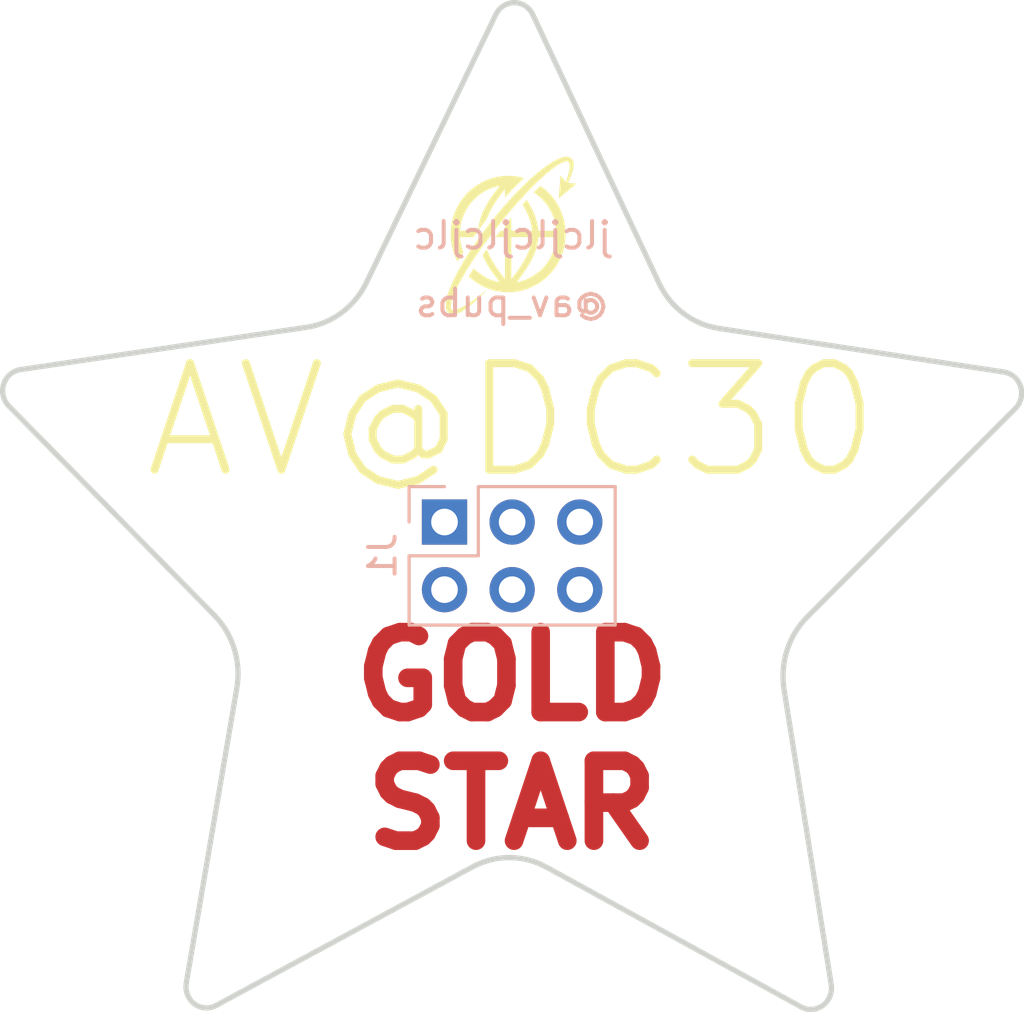
<source format=kicad_pcb>
(kicad_pcb (version 20211014) (generator pcbnew)
  (layers (0 "F.Cu" signal) (31 "B.Cu" signal) (34 "B.Paste" user) (35 "F.Paste" user) (36 "B.SilkS" user "B.Silkscreen") (37 "F.SilkS" user "F.Silkscreen") (38 "B.Mask" user) (39 "F.Mask" user) (44 "Edge.Cuts" user))
  (net 0 "")
  (footprint "LOGO" (layer "F.Cu") (at 127 66.04)
    (fp_text reference "G***" hide)
    (fp_text value "LOGO" hide)
    (fp_poly (pts (xy 2.502378 -0.545345) (xy 2.503618 -0.533057) (xy 2.502378 -0.531539) (xy 2.496223 -0.532961) (xy 2.495475 -0.538442) (xy 2.499264 -0.546965)) (layer "F.SilkS") (width 0) (fill solid))
    (fp_poly (pts (xy -1.791357 0.71965) (xy -1.796534 0.724827) (xy -1.801712 0.71965) (xy -1.796534 0.714473)) (layer "F.SilkS") (width 0) (fill solid))
    (fp_poly (pts (xy 0.035741 -2.235048) (xy 0.158309 -2.220683) (xy 0.205883 -2.213068) (xy 0.257795 -2.2036) (xy 0.310104 -2.193145) (xy 0.358868 -2.182567) (xy 0.400148 -2.172732) (xy 0.430001 -2.164503) (xy 0.444486 -2.158747) (xy 0.445251 -2.157708) (xy 0.438162 -2.149546) (xy 0.418088 -2.128682) (xy 0.386825 -2.096922) (xy 0.346165 -2.056073) (xy 0.297902 -2.007942) (xy 0.243829 -1.954334) (xy 0.220484 -1.931278) (xy 0.153375 -1.865445) (xy 0.099394 -1.813391) (xy 0.057278 -1.773999) (xy 0.025764 -1.746154) (xy 0.003593 -1.72874) (xy -0.010499 -1.72064) (xy -0.017674 -1.720652) (xy -0.027388 -1.724386) (xy -0.030898 -1.711282) (xy -0.031064 -1.703563) (xy -0.03458 -1.688576) (xy -0.046253 -1.668072) (xy -0.067768 -1.639843) (xy -0.100808 -1.601681) (xy -0.147059 -1.551377) (xy -0.147554 -1.550848) (xy -0.264044 -1.426335) (xy -0.269221 -1.580371) (xy -0.274398 -1.734406) (xy -0.375526 -1.603075) (xy -0.519717 -1.408457) (xy -0.645435 -1.223096) (xy -0.75271 -1.046944) (xy -0.841569 -0.879954) (xy -0.912042 -0.722077) (xy -0.927023 -0.683408) (xy -0.964419 -0.605659) (xy -1.020915 -0.520815) (xy -1.027149 -0.512556) (xy -1.052507 -0.478965) (xy -1.087643 -0.431972) (xy -1.130103 -0.374886) (xy -1.177431 -0.311014) (xy -1.227171 -0.243664) (xy -1.27505 -0.178618) (xy -1.45194 0.062128) (xy -1.704486 0.062128) (xy -1.783389 0.062222) (xy -1.843975 0.062618) (xy -1.888637 0.063488) (xy -1.919768 0.065004) (xy -1.939759 0.067338) (xy -1.951004 0.070661) (xy -1.955895 0.075144) (xy -1.956842 0.080249) (xy -1.953119 0.133414) (xy -1.943564 0.201268) (xy -1.929211 0.278958) (xy -1.911094 0.361636) (xy -1.890245 0.44445) (xy -1.867699 0.52255) (xy -1.85309 0.567148) (xy -1.840772 0.604575) (xy -1.832816 0.632567) (xy -1.830311 0.647064) (xy -1.831337 0.648056) (xy -1.838866 0.654952) (xy -1.855097 0.677088) (xy -1.878277 0.711826) (xy -1.90665 0.75653) (xy -1.938464 0.808565) (xy -1.941368 0.813405) (xy -1.973433 0.866312) (xy -2.00213 0.912522) (xy -2.025706 0.949303) (xy -2.042406 0.97392) (xy -2.050477 0.983641) (xy -2.05069 0.983694) (xy -2.057429 0.974791) (xy -2.070542 0.950494) (xy -2.088191 0.914423) (xy -2.10854 0.870197) (xy -2.110355 0.866133) (xy -2.190569 0.661889) (xy -2.25023 0.45527) (xy -2.289352 0.246139) (xy -2.30795 0.034361) (xy -2.306039 -0.1802) (xy -2.304739 -0.192821) (xy -1.957032 -0.192821) (xy -1.955422 -0.188184) (xy -1.949222 -0.18448) (xy -1.936377 -0.181606) (xy -1.914831 -0.179458) (xy -1.882529 -0.177935) (xy -1.837415 -0.176934) (xy -1.777434 -0.176351) (xy -1.70053 -0.176084) (xy -1.62114 -0.176029) (xy -1.285247 -0.176029) (xy -1.2789 -0.225214) (xy -1.25356 -0.387357) (xy -1.219959 -0.540661) (xy -1.176815 -0.688401) (xy -1.12285 -0.833855) (xy -1.056783 -0.980299) (xy -0.977332 -1.131011) (xy -0.883219 -1.289268) (xy -0.831492 -1.370362) (xy -0.804047 -1.411421) (xy -0.769976 -1.460647) (xy -0.731215 -1.515417) (xy -0.689702 -1.573106) (xy -0.647372 -1.63109) (xy -0.606163 -1.686746) (xy -0.568013 -1.737448) (xy -0.534856 -1.780574) (xy -0.508632 -1.813498) (xy -0.491276 -1.833597) (xy -0.486098 -1.838306) (xy -0.474602 -1.848817) (xy -0.481187 -1.853976) (xy -0.503862 -1.853528) (xy -0.540635 -1.847219) (xy -0.546208 -1.845986) (xy -0.727186 -1.79465) (xy -0.900399 -1.724831) (xy -1.064682 -1.637675) (xy -1.218869 -1.534329) (xy -1.361797 -1.415938) (xy -1.492301 -1.283649) (xy -1.609216 -1.138607) (xy -1.711376 -0.98196) (xy -1.797618 -0.814853) (xy -1.866777 -0.638433) (xy -1.904594 -0.509242) (xy -1.913368 -0.470537) (xy -1.923149 -0.421008) (xy -1.933075 -0.365847) (xy -1.942286 -0.310246) (xy -1.949923 -0.259395) (xy -1.955125 -0.218486) (xy -1.957032 -0.192821) (xy -2.304739 -0.192821) (xy -2.283634 -0.397682) (xy -2.261772 -0.52264) (xy -2.231904 -0.64338) (xy -2.189726 -0.773268) (xy -2.137565 -0.9068) (xy -2.077747 -1.038473) (xy -2.0126 -1.162785) (xy -1.944451 -1.274233) (xy -1.943002 -1.276399) (xy -1.817005 -1.446496) (xy -1.67698 -1.602332) (xy -1.524097 -1.743116) (xy -1.359527 -1.868054) (xy -1.18444 -1.976357) (xy -1.000008 -2.06723) (xy -0.807401 -2.139884) (xy -0.60779 -2.193524) (xy -0.578177 -2.199708) (xy -0.372089 -2.231533) (xy -0.168292 -2.243289)) (layer "F.SilkS") (width 0) (fill solid))
    (fp_poly (pts (xy -1.801712 0.698941) (xy -1.806889 0.704118) (xy -1.812066 0.698941) (xy -1.806889 0.693763)) (layer "F.SilkS") (width 0) (fill solid))
    (fp_poly (pts (xy 2.130089 -2.950518) (xy 2.177118 -2.928838) (xy 2.223688 -2.892898) (xy 2.263966 -2.848438) (xy 2.292118 -2.801196) (xy 2.297925 -2.785405) (xy 2.308532 -2.728281) (xy 2.311321 -2.657686) (xy 2.306537 -2.579226) (xy 2.294426 -2.498505) (xy 2.283235 -2.449363) (xy 2.260991 -2.373537) (xy 2.231955 -2.28805) (xy 2.198959 -2.200436) (xy 2.164836 -2.118226) (xy 2.133402 -2.050898) (xy 2.118082 -2.017939) (xy 2.108662 -1.992417) (xy 2.10705 -1.979555) (xy 2.107261 -1.979282) (xy 2.119454 -1.97618) (xy 2.148422 -1.97225) (xy 2.19027 -1.967927) (xy 2.241102 -1.963645) (xy 2.26067 -1.962209) (xy 2.313075 -1.958109) (xy 2.357214 -1.953885) (xy 2.389416 -1.949951) (xy 2.406011 -1.946716) (xy 2.407461 -1.945759) (xy 2.399883 -1.938054) (xy 2.378487 -1.918847) (xy 2.345282 -1.889835) (xy 2.302277 -1.852716) (xy 2.251479 -1.809188) (xy 2.194898 -1.760947) (xy 2.13454 -1.709693) (xy 2.072416 -1.657121) (xy 2.010533 -1.60493) (xy 1.950899 -1.554816) (xy 1.895524 -1.508479) (xy 1.846414 -1.467614) (xy 1.80558 -1.43392) (xy 1.775028 -1.409095) (xy 1.756768 -1.394835) (xy 1.752365 -1.392056) (xy 1.752506 -1.402548) (xy 1.754036 -1.431063) (xy 1.756765 -1.474977) (xy 1.760503 -1.531663) (xy 1.76506 -1.598496) (xy 1.770245 -1.67285) (xy 1.775869 -1.7521) (xy 1.781742 -1.833621) (xy 1.787673 -1.914786) (xy 1.793472 -1.992971) (xy 1.798949 -2.065549) (xy 1.803914 -2.129896) (xy 1.808177 -2.183386) (xy 1.811548 -2.223393) (xy 1.813836 -2.247292) (xy 1.81471 -2.253054) (xy 1.821844 -2.246455) (xy 1.839796 -2.226593) (xy 1.8662 -2.196174) (xy 1.898688 -2.157903) (xy 1.915379 -2.137981) (xy 1.958669 -2.087532) (xy 1.991042 -2.052976) (xy 2.012151 -2.034658) (xy 2.021523 -2.032712) (xy 2.033929 -2.058359) (xy 2.049453 -2.100399) (xy 2.067029 -2.154945) (xy 2.08559 -2.218106) (xy 2.104067 -2.285996) (xy 2.121394 -2.354725) (xy 2.136503 -2.420405) (xy 2.148327 -2.479147) (xy 2.154543 -2.517353) (xy 2.162149 -2.601865) (xy 2.159101 -2.669516) (xy 2.145261 -2.721282) (xy 2.121151 -2.75749) (xy 2.101265 -2.775332) (xy 2.082979 -2.78351) (xy 2.057896 -2.784457) (xy 2.035015 -2.782458) (xy 1.965368 -2.767545) (xy 1.884307 -2.736319) (xy 1.792461 -2.689312) (xy 1.690459 -2.627059) (xy 1.57893 -2.550092) (xy 1.458504 -2.458946) (xy 1.329808 -2.354154) (xy 1.193472 -2.236249) (xy 1.050126 -2.105766) (xy 0.900398 -1.963238) (xy 0.744917 -1.809198) (xy 0.584312 -1.644181) (xy 0.419213 -1.468719) (xy 0.250247 -1.283347) (xy 0.195155 -1.221673) (xy -0.005301 -0.992084) (xy -0.206529 -0.753668) (xy -0.406831 -0.50869) (xy -0.604515 -0.259414) (xy -0.797882 -0.008105) (xy -0.98524 0.242971) (xy -1.164892 0.491552) (xy -1.335142 0.735372) (xy -1.494297 0.972166) (xy -1.640659 1.199671) (xy -1.746518 1.371994) (xy -1.859935 1.565027) (xy -1.959738 1.743646) (xy -2.046317 1.908694) (xy -2.120061 2.061017) (xy -2.181359 2.201457) (xy -2.230601 2.330859) (xy -2.268175 2.450066) (xy -2.294472 2.559923) (xy -2.294618 2.560667) (xy -2.305491 2.639778) (xy -2.303755 2.702557) (xy -2.289357 2.749147) (xy -2.262239 2.779688) (xy -2.222344 2.794323) (xy -2.201372 2.795761) (xy -2.135483 2.788259) (xy -2.056333 2.766078) (xy -1.964762 2.729702) (xy -1.861612 2.679618) (xy -1.747723 2.616311) (xy -1.623937 2.540265) (xy -1.491095 2.451968) (xy -1.350039 2.351904) (xy -1.201609 2.24056) (xy -1.095119 2.157238) (xy -1.052151 2.123461) (xy -1.014793 2.09483) (xy -0.986064 2.073603) (xy -0.968985 2.062037) (xy -0.965811 2.060579) (xy -0.970475 2.067542) (xy -0.98784 2.087043) (xy -1.01594 2.117) (xy -1.052809 2.155332) (xy -1.09648 2.199957) (xy -1.118429 2.222143) (xy -1.271871 2.372135) (xy -1.417872 2.505522) (xy -1.556164 2.622144) (xy -1.68648 2.72184) (xy -1.808552 2.80445) (xy -1.922114 2.869814) (xy -2.026897 2.917772) (xy -2.122634 2.948163) (xy -2.209058 2.960827) (xy -2.285902 2.955605) (xy -2.324508 2.944859) (xy -2.372213 2.918431) (xy -2.417594 2.877293) (xy -2.454822 2.827146) (xy -2.465635 2.806878) (xy -2.479905 2.762913) (xy -2.48954 2.703872) (xy -2.494231 2.634931) (xy -2.493668 2.561269) (xy -2.487542 2.488061) (xy -2.485551 2.473442) (xy -2.461064 2.348408) (xy -2.422504 2.209832) (xy -2.370494 2.058759) (xy -2.305659 1.896237) (xy -2.228624 1.723311) (xy -2.140014 1.541028) (xy -2.040452 1.350433) (xy -1.930564 1.152574) (xy -1.810975 0.948496) (xy -1.682308 0.739247) (xy -1.545189 0.525871) (xy -1.400241 0.309415) (xy -1.248091 0.090926) (xy -1.089361 -0.12855) (xy -0.924678 -0.347968) (xy -0.754665 -0.56628) (xy -0.579947 -0.78244) (xy -0.446405 -0.942274) (xy -0.302233 -1.109317) (xy -0.152162 -1.277469) (xy 0.001661 -1.444544) (xy 0.157089 -1.608355) (xy 0.311973 -1.766716) (xy 0.464166 -1.917439) (xy 0.611521 -2.058339) (xy 0.751888 -2.187227) (xy 0.883122 -2.301918) (xy 0.91674 -2.330192) (xy 1.085356 -2.466552) (xy 1.244298 -2.586583) (xy 1.393364 -2.690181) (xy 1.532351 -2.777242) (xy 1.661055 -2.847661) (xy 1.779272 -2.901335) (xy 1.886799 -2.93816) (xy 1.983432 -2.958031) (xy 2.068969 -2.960845)) (layer "F.SilkS") (width 0) (fill solid))
    (fp_poly (pts (xy -1.812066 0.678231) (xy -1.817244 0.683409) (xy -1.822421 0.678231) (xy -1.817244 0.673054)) (layer "F.SilkS") (width 0) (fill solid))
    (fp_poly (pts (xy -1.501426 1.164901) (xy -1.506604 1.170078) (xy -1.511781 1.164901) (xy -1.506604 1.159723)) (layer "F.SilkS") (width 0) (fill solid))
    (fp_poly (pts (xy 1.082118 -1.851737) (xy 1.106655 -1.838306) (xy 1.137933 -1.814447) (xy 1.179663 -1.780706) (xy 1.180433 -1.780092) (xy 1.340736 -1.639167) (xy 1.485193 -1.485419) (xy 1.613262 -1.319976) (xy 1.724399 -1.143969) (xy 1.818061 -0.958527) (xy 1.893704 -0.76478) (xy 1.950787 -0.563857) (xy 1.988765 -0.356889) (xy 2.007096 -0.145005) (xy 2.008806 -0.05695) (xy 1.999459 0.156643) (xy 1.971175 0.362676) (xy 1.923586 0.562751) (xy 1.856328 0.758471) (xy 1.786459 0.916389) (xy 1.685117 1.101329) (xy 1.567922 1.273672) (xy 1.435977 1.432641) (xy 1.290386 1.577463) (xy 1.132249 1.707361) (xy 0.962672 1.821561) (xy 0.782755 1.919289) (xy 0.593602 1.999769) (xy 0.396316 2.062227) (xy 0.191999 2.105887) (xy 0.070303 2.122335) (xy 0.024925 2.125957) (xy -0.032254 2.128724) (xy -0.096196 2.130584) (xy -0.161865 2.131484) (xy -0.224222 2.131372) (xy -0.27823 2.130195) (xy -0.318851 2.127902) (xy -0.331349 2.126502) (xy -0.353158 2.123553) (xy -0.389097 2.118896) (xy -0.432742 2.113361) (xy -0.450428 2.111148) (xy -0.632711 2.078561) (xy -0.815675 2.026754) (xy -0.996688 1.956947) (xy -1.173122 1.870362) (xy -1.342347 1.768222) (xy -1.36818 1.749344) (xy 0.184067 1.749344) (xy 0.184248 1.749867) (xy 0.197083 1.747558) (xy 0.224772 1.741484) (xy 0.262055 1.732811) (xy 0.274399 1.729859) (xy 0.450471 1.677022) (xy 0.621302 1.605142) (xy 0.784908 1.515625) (xy 0.939306 1.409879) (xy 1.082513 1.289311) (xy 1.212545 1.155329) (xy 1.32742 1.009341) (xy 1.362291 0.957807) (xy 1.445205 0.815241) (xy 1.516964 0.661279) (xy 1.575852 0.500769) (xy 1.620153 0.338561) (xy 1.648153 0.179502) (xy 1.65276 0.137032) (xy 1.659721 0.062128) (xy 1.324296 0.062134) (xy 0.988871 0.062139) (xy 0.971129 0.188979) (xy 0.942561 0.34745) (xy 0.900861 0.505984) (xy 0.845356 0.665988) (xy 0.775371 0.82887) (xy 0.690233 0.996036) (xy 0.589266 1.168894) (xy 0.471798 1.34885) (xy 0.337154 1.537313) (xy 0.303938 1.581676) (xy 0.266087 1.632271) (xy 0.233442 1.67677) (xy 0.207735 1.712737) (xy 0.1907 1.73774) (xy 0.184067 1.749344) (xy -1.36818 1.749344) (xy -1.501731 1.651747) (xy -1.578593 1.587032) (xy -1.609492 1.55633) (xy -1.622981 1.533888) (xy -1.623289 1.524458) (xy -1.616306 1.50946) (xy -1.600292 1.480487) (xy -1.577284 1.441067) (xy -1.549321 1.394729) (xy -1.533348 1.368825) (xy -1.448308 1.231938) (xy -1.3532 1.315632) (xy -1.198771 1.438334) (xy -1.03415 1.543968) (xy -0.861262 1.631376) (xy -0.763475 1.671212) (xy -0.720652 1.686238) (xy -0.671963 1.701786) (xy -0.621476 1.716749) (xy -0.57326 1.73002) (xy -0.531384 1.740492) (xy -0.499916 1.747058) (xy -0.482926 1.748611) (xy -0.481316 1.747996) (xy -0.486049 1.739075) (xy -0.501254 1.716921) (xy -0.524699 1.684657) (xy -0.554154 1.645407) (xy -0.561301 1.636038) (xy -0.649485 1.518372) (xy -0.733916 1.401078) (xy -0.811265 1.28889) (xy -0.878203 1.186542) (xy -0.88531 1.175255) (xy -0.914272 1.127329) (xy -0.945947 1.072019) (xy -0.97872 1.012473) (xy -1.010975 0.951835) (xy -1.041095 0.893251) (xy -1.067467 0.839866) (xy -1.088474 0.794825) (xy -1.102501 0.761275) (xy -1.107932 0.742361) (xy -1.107949 0.741779) (xy -1.102183 0.726368) (xy -1.086433 0.698151) (xy -1.063023 0.66098) (xy -1.034274 0.618706) (xy -1.030542 0.613426) (xy -0.998015 0.568403) (xy -0.97505 0.538869) (xy -0.959897 0.522967) (xy -0.950805 0.518837) (xy -0.946233 0.523994) (xy -0.892768 0.658612) (xy -0.824021 0.803007) (xy -0.741448 0.954763) (xy -0.646507 1.111464) (xy -0.540653 1.270695) (xy -0.425344 1.430038) (xy -0.3141 1.572271) (xy -0.269221 1.627582) (xy -0.269221 0.062618) (xy -0.299839 0.062128) (xy -0.031064 0.062128) (xy -0.030833 0.846495) (xy -0.030603 1.630861) (xy -0.009836 1.604974) (xy 0.002925 1.588578) (xy 0.025732 1.558789) (xy 0.056182 1.518763) (xy 0.091873 1.471659) (xy 0.128041 1.423767) (xy 0.264355 1.23536) (xy 0.382741 1.055268) (xy 0.483736 0.88243) (xy 0.567876 0.715783) (xy 0.635698 0.554267) (xy 0.687739 0.396819) (xy 0.724063 0.244831) (xy 0.732999 0.195267) (xy 0.740116 0.149593) (xy 0.744529 0.113858) (xy 0.745537 0.097844) (xy 0.745537 0.062128) (xy -0.031064 0.062128) (xy -0.299839 0.062128) (xy -0.446304 0.059784) (xy -0.623387 0.056951) (xy -0.442591 -0.176029) (xy -0.269221 -0.176029) (xy -0.269221 -0.395077) (xy -0.160185 -0.528469) (xy -0.123214 -0.573348) (xy -0.090374 -0.612555) (xy -0.064065 -0.643276) (xy -0.046688 -0.662695) (xy -0.041106 -0.668068) (xy -0.037721 -0.660167) (xy -0.034984 -0.63255) (xy -0.032937 -0.586203) (xy -0.031621 -0.522111) (xy -0.031077 -0.441259) (xy -0.031064 -0.425152) (xy -0.031064 -0.176029) (xy 0.745537 -0.176029) (xy 0.745537 -0.211126) (xy 0.742758 -0.248431) (xy 0.735089 -0.30041) (xy 0.723529 -0.361882) (xy 0.709078 -0.427667) (xy 0.692737 -0.492585) (xy 0.687681 -0.510882) (xy 0.653122 -0.61812) (xy 0.608191 -0.734566) (xy 0.555836 -0.853567) (xy 0.498999 -0.96847) (xy 0.440627 -1.072621) (xy 0.434747 -1.082307) (xy 0.414581 -1.115856) (xy 0.399096 -1.142753) (xy 0.391161 -1.157983) (xy 0.390756 -1.159101) (xy 0.396296 -1.169869) (xy 0.4128 -1.191622) (xy 0.436813 -1.220484) (xy 0.464879 -1.252576) (xy 0.49354 -1.284022) (xy 0.51934 -1.310944) (xy 0.538824 -1.329465) (xy 0.548225 -1.335752) (xy 0.55706 -1.327097) (xy 0.574007 -1.303003) (xy 0.597377 -1.26627) (xy 0.625481 -1.219703) (xy 0.656628 -1.166103) (xy 0.689131 -1.108273) (xy 0.721298 -1.049016) (xy 0.722997 -1.045821) (xy 0.787294 -0.913738) (xy 0.845227 -0.772826) (xy 0.895193 -0.628098) (xy 0.935587 -0.484568) (xy 0.964805 -0.347251) (xy 0.978985 -0.245923) (xy 0.986106 -0.176029) (xy 1.659423 -0.176029) (xy 1.652297 -0.2511) (xy 1.626251 -0.423289) (xy 1.581481 -0.596397) (xy 1.519476 -0.766829) (xy 1.441721 -0.93099) (xy 1.349706 -1.085286) (xy 1.252722 -1.216673) (xy 1.19704 -1.280108) (xy 1.130176 -1.349133) (xy 1.057578 -1.418597) (xy 0.98469 -1.483348) (xy 0.916959 -1.538236) (xy 0.897498 -1.552705) (xy 0.806126 -1.618861) (xy 0.930639 -1.743374) (xy 0.977146 -1.790267) (xy 1.011836 -1.824004) (xy 1.03842 -1.845131) (xy 1.060611 -1.854194)) (layer "F.SilkS") (width 0) (fill solid))
    (fp_poly (pts (xy 2.502378 0.976791) (xy 2.503618 0.989079) (xy 2.502378 0.990597) (xy 2.496223 0.989176) (xy 2.495475 0.983694) (xy 2.499264 0.975171)) (layer "F.SilkS") (width 0) (fill solid))
  )
  (footprint "Connector_PinHeader_2.54mm:PinHeader_2x03_P2.54mm_Vertical" (layer "B.Cu") (at 124.46 76.8 -90)
    (fp_text reference "J1" (at 1.27 2.33 90) (layer "B.SilkS") (effects (justify mirror)))
    (fp_text value "Conn_02x03_Counter_Clockwise")
    (fp_line (start -1.33 -1.27) (end -1.33 -6.41) (layer "B.SilkS") (width 0.12))
    (fp_line (start -1.33 -1.27) (end 1.27 -1.27) (layer "B.SilkS") (width 0.12))
    (fp_line (start 1.27 -1.27) (end 1.27 1.33) (layer "B.SilkS") (width 0.12))
    (fp_line (start -1.33 0) (end -1.33 1.33) (layer "B.SilkS") (width 0.12))
    (fp_line (start -1.33 1.33) (end 0 1.33) (layer "B.SilkS") (width 0.12))
    (fp_line (start 1.27 1.33) (end 3.87 1.33) (layer "B.SilkS") (width 0.12))
    (fp_line (start -1.33 -6.41) (end 3.87 -6.41) (layer "B.SilkS") (width 0.12))
    (fp_line (start 3.87 1.33) (end 3.87 -6.41) (layer "B.SilkS") (width 0.12))
    (pad "1" thru_hole rect (at 0 0 270) (size 1.7 1.7) (drill 1) (layers *.Cu *.Mask))
    (pad "2" thru_hole oval (at 2.54 0 270) (size 1.7 1.7) (drill 1) (layers *.Cu *.Mask))
    (pad "3" thru_hole oval (at 0 -2.54 270) (size 1.7 1.7) (drill 1) (layers *.Cu *.Mask))
    (pad "4" thru_hole oval (at 2.54 -2.54 270) (size 1.7 1.7) (drill 1) (layers *.Cu *.Mask))
    (pad "5" thru_hole oval (at 0 -5.08 270) (size 1.7 1.7) (drill 1) (layers *.Cu *.Mask))
    (pad "6" thru_hole oval (at 2.54 -5.08 270) (size 1.7 1.7) (drill 1) (layers *.Cu *.Mask))
  )
  (gr_poly (pts (xy 127.138543 57.297772) (xy 127.19262 57.30387) (xy 127.245746 57.31381) (xy 127.297756 57.327486) (xy 127.348484 57.344791) (xy 127.397765 57.365617) (xy 127.445435 57.389857) (xy 127.491329 57.417405) (xy 127.53528 57.448153) (xy 127.577126 57.481995) (xy 127.616699 57.518822) (xy 127.653836 57.558528) (xy 127.688372 57.601007) (xy 127.720141 57.64615) (xy 127.748978 57.693852) (xy 127.774719 57.744004) (xy 132.517064 67.831379) (xy 132.602203 67.999162) (xy 132.696475 68.160111) (xy 132.799482 68.313922) (xy 132.910825 68.460294) (xy 133.030105 68.598923) (xy 133.156923 68.729508) (xy 133.29088 68.851745) (xy 133.431578 68.965332) (xy 133.578616 69.069967) (xy 133.731597 69.165347) (xy 133.89012 69.251168) (xy 134.053788 69.32713) (xy 134.222202 69.392929) (xy 134.394961 69.448262) (xy 134.571668 69.492827) (xy 134.751924 69.526322) (xy 145.475862 71.168763) (xy 145.52983 71.179063) (xy 145.582472 71.193156) (xy 145.633639 71.210912) (xy 145.683183 71.232201) (xy 145.730956 71.256891) (xy 145.776809 71.284852) (xy 145.820594 71.315954) (xy 145.862163 71.350066) (xy 145.901367 71.387058) (xy 145.938058 71.426798) (xy 145.972088 71.469156) (xy 146.003309 71.514003) (xy 146.031571 71.561206) (xy 146.056727 71.610636) (xy 146.078629 71.662161) (xy 146.097127 71.715652) (xy 146.111926 71.770377) (xy 146.122858 71.82556) (xy 146.129971 71.881007) (xy 146.133313 71.93652) (xy 146.132932 71.991903) (xy 146.128875 72.046962) (xy 146.121192 72.101499) (xy 146.109929 72.155319) (xy 146.095134 72.208226) (xy 146.076856 72.260024) (xy 146.055142 72.310516) (xy 146.030039 72.359508) (xy 146.001597 72.406802) (xy 145.969862 72.452202) (xy 145.934883 72.495514) (xy 145.896707 72.53654) (xy 138.085193 80.359772) (xy 137.957177 80.496062) (xy 137.838228 80.639215) (xy 137.728501 80.788746) (xy 137.628153 80.944165) (xy 137.537339 81.104986) (xy 137.456214 81.27072) (xy 137.384936 81.44088) (xy 137.323659 81.614979) (xy 137.27254 81.792529) (xy 137.231734 81.973042) (xy 137.201397 82.156031) (xy 137.181685 82.341008) (xy 137.172754 82.527486) (xy 137.17476 82.714977) (xy 137.187859 82.902993) (xy 137.212205 83.091047) (xy 138.982253 94.169558) (xy 138.989293 94.225946) (xy 138.992445 94.282213) (xy 138.991783 94.338171) (xy 138.987383 94.393633) (xy 138.979317 94.448413) (xy 138.967662 94.502323) (xy 138.952492 94.555177) (xy 138.933881 94.606787) (xy 138.911903 94.656967) (xy 138.886634 94.70553) (xy 138.858147 94.752289) (xy 138.826518 94.797057) (xy 138.79182 94.839646) (xy 138.754129 94.879871) (xy 138.713519 94.917544) (xy 138.670064 94.952478) (xy 138.624346 94.984152) (xy 138.577024 95.012159) (xy 138.528293 95.036486) (xy 138.478349 95.057119) (xy 138.427385 95.074044) (xy 138.375596 95.087246) (xy 138.323177 95.096712) (xy 138.270322 95.102426) (xy 138.217226 95.104377) (xy 138.164084 95.102548) (xy 138.11109 95.096926) (xy 138.058438 95.087498) (xy 138.006324 95.074248) (xy 137.954942 95.057163) (xy 137.904486 95.036228) (xy 137.855152 95.011431) (xy 137.855152 95.01143) (xy 137.855153 95.01143) (xy 137.855153 95.011429) (xy 137.855154 95.011429) (xy 137.855154 95.011428) (xy 137.855155 95.011427) (xy 137.855156 95.011427) (xy 137.855157 95.011427) (xy 128.28503 89.759077) (xy 128.120774 89.675526) (xy 127.952988 89.603052) (xy 127.782166 89.541655) (xy 127.608805 89.491338) (xy 127.433399 89.452101) (xy 127.256444 89.423946) (xy 127.078434 89.406873) (xy 126.899866 89.400885) (xy 126.721235 89.405982) (xy 126.543035 89.422165) (xy 126.365762 89.449437) (xy 126.189911 89.487797) (xy 126.015979 89.537248) (xy 125.844459 89.59779) (xy 125.675847 89.669425) (xy 125.510639 89.752153) (xy 115.880645 94.956613) (xy 115.831028 94.981164) (xy 115.780334 95.001845) (xy 115.728757 95.018672) (xy 115.676493 95.031661) (xy 115.623735 95.040827) (xy 115.570678 95.046184) (xy 115.517517 95.047747) (xy 115.464445 95.045532) (xy 115.411658 95.039553) (xy 115.359349 95.029826) (xy 115.307713 95.016366) (xy 115.256945 94.999188) (xy 115.207238 94.978307) (xy 115.158787 94.953737) (xy 115.111787 94.925495) (xy 115.066432 94.893595) (xy 115.044551 94.876372) (xy 115.023379 94.858446) (xy 115.002926 94.839838) (xy 114.983201 94.820572) (xy 114.945971 94.780161) (xy 114.911762 94.7374) (xy 114.880646 94.692476) (xy 114.852695 94.645576) (xy 114.827983 94.596889) (xy 114.80658 94.546601) (xy 114.78856 94.494899) (xy 114.773996 94.441971) (xy 114.762958 94.388005) (xy 114.755521 94.333186) (xy 114.751755 94.277704) (xy 114.751734 94.221744) (xy 114.755531 94.165495) (xy 114.758883 94.137321) (xy 114.763216 94.109144) (xy 116.660067 83.039776) (xy 116.686566 82.851849) (xy 116.701817 82.663904) (xy 116.70597 82.476429) (xy 116.699175 82.289912) (xy 116.681582 82.104842) (xy 116.653342 81.921707) (xy 116.614604 81.740996) (xy 116.565519 81.563196) (xy 116.506238 81.388796) (xy 116.43691 81.218285) (xy 116.357687 81.052151) (xy 116.268717 80.890882) (xy 116.170151 80.734966) (xy 116.06214 80.584893) (xy 115.944834 80.441149) (xy 115.818383 80.304224) (xy 108.096673 72.442242) (xy 108.058967 72.401026) (xy 108.024485 72.357541) (xy 107.99327 72.311984) (xy 107.96537 72.264549) (xy 107.940829 72.215434) (xy 107.919693 72.164835) (xy 107.902008 72.112947) (xy 107.88782 72.059968) (xy 107.877173 72.006093) (xy 107.870114 71.951519) (xy 107.866688 71.896442) (xy 107.866941 71.841057) (xy 107.870918 71.785563) (xy 107.878666 71.730153) (xy 107.890229 71.675026) (xy 107.905653 71.620377) (xy 107.924763 71.566979) (xy 107.947254 71.515565) (xy 107.972975 71.466262) (xy 108.001777 71.419201) (xy 108.03351 71.374512) (xy 108.068024 71.332325) (xy 108.105169 71.292769) (xy 108.144796 71.255974) (xy 108.186755 71.22207) (xy 108.230895 71.191188) (xy 108.277067 71.163456) (xy 108.325122 71.139005) (xy 108.374909 71.117964) (xy 108.426278 71.100464) (xy 108.47908 71.086634) (xy 108.505971 71.081136) (xy 108.533165 71.076604) (xy 119.275607 69.487714) (xy 119.456241 69.455119) (xy 119.633453 69.411437) (xy 119.806841 69.356967) (xy 119.976002 69.29201) (xy 120.140535 69.216867) (xy 120.300037 69.131839) (xy 120.454105 69.037225) (xy 120.602337 68.933327) (xy 120.744331 68.820445) (xy 120.879684 68.69888) (xy 121.007994 68.568932) (xy 121.128858 68.430902) (xy 121.241873 68.28509) (xy 121.346638 68.131797) (xy 121.442751 67.971323) (xy 121.529807 67.80397) (xy 126.387525 57.740543) (xy 126.400288 57.71523) (xy 126.413839 57.690521) (xy 126.428157 57.666428) (xy 126.443222 57.642965) (xy 126.459012 57.620145) (xy 126.475507 57.597981) (xy 126.492685 57.576487) (xy 126.510527 57.555676) (xy 126.529012 57.535561) (xy 126.548118 57.516156) (xy 126.567825 57.497474) (xy 126.588112 57.479527) (xy 126.608958 57.46233) (xy 126.630343 57.445896) (xy 126.652246 57.430237) (xy 126.674646 57.415368) (xy 126.697521 57.401301) (xy 126.720853 57.38805) (xy 126.744619 57.375628) (xy 126.768799 57.364048) (xy 126.793372 57.353324) (xy 126.818317 57.343468) (xy 126.843614 57.334495) (xy 126.869242 57.326417) (xy 126.89518 57.319248) (xy 126.921407 57.313001) (xy 126.947902 57.307689) (xy 126.974645 57.303326) (xy 127.001615 57.299924) (xy 127.028791 57.297498) (xy 127.056153 57.29606) (xy 127.083679 57.295623)) (layer "Edge.Cuts") (width 0.2) (fill none))
  (gr_text "GOLD\nSTAR" (at 127 85) (layer "F.Cu") (effects (font (size 3 3) (thickness 0.7))))
  (gr_text "jlcjlcjlcjlc" (at 127 66.04) (layer "B.SilkS") (effects (font (size 1 1)) (justify mirror)))
  (gr_text "@av_pubs" (at 127 68.58) (layer "B.SilkS") (effects (font (size 1 1)) (justify mirror)))
  (gr_text "AV@DC30" (at 127 73) (layer "F.SilkS") (effects (font (size 4 4) (thickness 0.3))))
)
</source>
